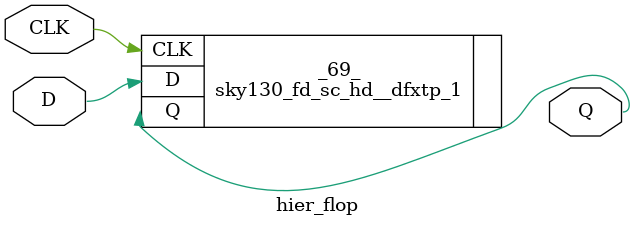
<source format=v>
module top(clk, y, load);
  wire _00_;
  wire _01_;
  wire _02_;
  wire _03_;
  wire _04_;
  wire _05_;
  wire _06_;
  wire _07_;
  wire _08_;
  wire _09_;
  wire _10_;
  wire _11_;
  wire _12_;
  wire _13_;
  wire _14_;
  wire _15_;
  wire _16_;
  wire _17_;
  wire _18_;
  wire _19_;
  wire _20_;
  wire _21_;
  wire _22_;
  wire _23_;
  wire _24_;
  wire _25_;
  wire _26_;
  wire _27_;
  wire _28_;
  wire _29_;
  wire _30_;
  wire _31_;
  wire _32_;
  wire _33_;
  wire _34_;
  wire _35_;
  wire _36_;
  (* force_downto = 32'd1 *)
  wire [7:0] _37_;
  (* force_downto = 32'd1 *)
  wire [7:0] _38_;
  wire _39_;
  wire _40_;
  wire _41_;
  wire _42_;
  wire _43_;
  wire _44_;
  wire _45_;
  wire _46_;
  input clk;
  wire clk;
  input load;
  wire load;
  output [7:0] y;
  wire [7:0] y;
  sky130_fd_sc_hd__and3_1 _47_ (
    .A(_29_),
    .B(_30_),
    .C(_31_),
    .X(_17_)
  );
  sky130_fd_sc_hd__and4_1 _48_ (
    .A(_29_),
    .B(_30_),
    .C(_31_),
    .D(_32_),
    .X(_18_)
  );
  sky130_fd_sc_hd__and2_0 _49_ (
    .A(_33_),
    .B(_18_),
    .X(_19_)
  );
  sky130_fd_sc_hd__and3_1 _50_ (
    .A(_33_),
    .B(_34_),
    .C(_18_),
    .X(_20_)
  );
  sky130_fd_sc_hd__o21bai_1 _51_ (
    .A1(_35_),
    .A2(_20_),
    .B1_N(_16_),
    .Y(_21_)
  );
  sky130_fd_sc_hd__a21oi_1 _52_ (
    .A1(_35_),
    .A2(_20_),
    .B1(_21_),
    .Y(_08_)
  );
  sky130_fd_sc_hd__and3_1 _53_ (
    .A(_35_),
    .B(_36_),
    .C(_20_),
    .X(_22_)
  );
  sky130_fd_sc_hd__a21oi_1 _54_ (
    .A1(_35_),
    .A2(_20_),
    .B1(_36_),
    .Y(_23_)
  );
  sky130_fd_sc_hd__nor3_1 _55_ (
    .A(_16_),
    .B(_22_),
    .C(_23_),
    .Y(_09_)
  );
  sky130_fd_sc_hd__nor2_1 _56_ (
    .A(_29_),
    .B(_16_),
    .Y(_10_)
  );
  sky130_fd_sc_hd__a21oi_1 _57_ (
    .A1(_29_),
    .A2(_30_),
    .B1(_16_),
    .Y(_24_)
  );
  sky130_fd_sc_hd__o21a_1 _58_ (
    .A1(_29_),
    .A2(_30_),
    .B1(_24_),
    .X(_11_)
  );
  sky130_fd_sc_hd__a21oi_1 _59_ (
    .A1(_29_),
    .A2(_30_),
    .B1(_31_),
    .Y(_25_)
  );
  sky130_fd_sc_hd__nor3_1 _60_ (
    .A(_16_),
    .B(_17_),
    .C(_25_),
    .Y(_12_)
  );
  sky130_fd_sc_hd__nor2_1 _61_ (
    .A(_32_),
    .B(_17_),
    .Y(_26_)
  );
  sky130_fd_sc_hd__nor3_1 _62_ (
    .A(_16_),
    .B(_18_),
    .C(_26_),
    .Y(_13_)
  );
  sky130_fd_sc_hd__nor2_1 _63_ (
    .A(_33_),
    .B(_18_),
    .Y(_27_)
  );
  sky130_fd_sc_hd__nor3_1 _64_ (
    .A(_16_),
    .B(_19_),
    .C(_27_),
    .Y(_14_)
  );
  sky130_fd_sc_hd__nor2_1 _65_ (
    .A(_34_),
    .B(_19_),
    .Y(_28_)
  );
  sky130_fd_sc_hd__nor3_1 _66_ (
    .A(_16_),
    .B(_20_),
    .C(_28_),
    .Y(_15_)
  );
  sky130_fd_sc_hd__dfxtp_1 _67_ (
    .CLK(clk),
    .D(_39_),
    .Q(y[6])
  );
  sky130_fd_sc_hd__dfxtp_1 _68_ (
    .CLK(clk),
    .D(_40_),
    .Q(y[7])
  );

  hier_flop U1 (.CLK(clk), .D(_41_), .Q(y[0]));

  hier_flop U2 (.CLK(clk), .D(_42_), .Q(y[1]));

  hier_flop U3 (.CLK(clk), .D(_43_), .Q(y[2]));

  hier_flop U4 (.CLK(clk), .D(_44_), .Q(y[3]));         

   /*
  sky130_fd_sc_hd__dfxtp_1 _70_ (
    .CLK(clk),
    .D(_42_),
    .Q(y[1])
  );

  sky130_fd_sc_hd__dfxtp_1 _71_ (
    .CLK(clk),
    .D(_43_),
    .Q(y[2])
  );

  sky130_fd_sc_hd__dfxtp_1 _72_ (
    .CLK(clk),
    .D(_44_),
    .Q(y[3])
  );
    */
  sky130_fd_sc_hd__dfxtp_1 _73_ (
    .CLK(clk),
    .D(_45_),
    .Q(y[4])
  );
  sky130_fd_sc_hd__dfxtp_1 _74_ (
    .CLK(clk),
    .D(_46_),
    .Q(y[5])
  );
  assign _37_[7:1] = y[7:1];
  assign _38_[0] = _37_[0];
  assign _29_ = y[0];
  assign _30_ = y[1];
  assign _31_ = y[2];
  assign _32_ = y[3];
  assign _33_ = y[4];
  assign _34_ = y[5];
  assign _35_ = y[6];
  assign _36_ = y[7];
  assign _16_ = load;
  assign _39_ = _08_;
  assign _40_ = _09_;
  assign _41_ = _10_;
  assign _42_ = _11_;
  assign _43_ = _12_;
  assign _44_ = _13_;
  assign _45_ = _14_;
  assign _46_ = _15_;
endmodule

module hier_flop (CLK, D, Q);
   input CLK;
   input D;
   output Q;
   sky130_fd_sc_hd__dfxtp_1 _69_ (
    .CLK(CLK),
    .D(D),
    .Q(Q)
  );

endmodule // hier_flop

</source>
